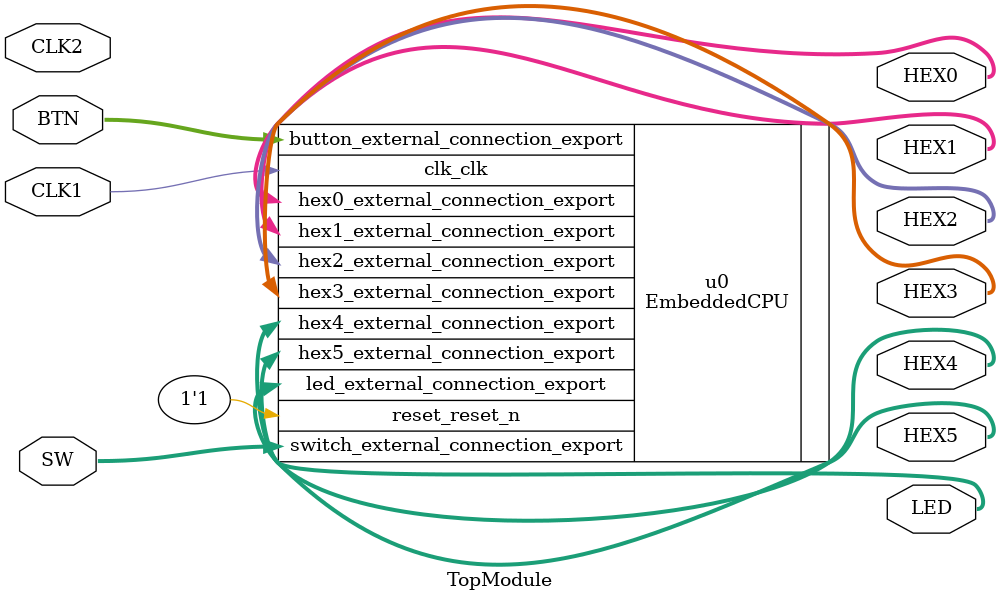
<source format=v>
module TopModule(
	///CLOCK/////
	input              CLK1,
	input              CLK2,
	//// SEG7/////
	output     [7:0]   HEX0,
	output     [7:0]   HEX1,
	output     [7:0]   HEX2,
	output     [7:0]   HEX3,
	output     [7:0]   HEX4,
	output     [7:0]   HEX5,
	//// PUSH BUTTON //////
	input      [1:0]   BTN,
	///// LED////////
	output     [9:0]   LED,
	/////// SW///////////
	input      [9:0]   SW
   
	);
	
EmbeddedCPU u0 (
    .button_external_connection_export (BTN),
    .clk_clk                           (CLK1),
    .hex0_external_connection_export   (HEX0),
    .hex1_external_connection_export   (HEX1),
    .hex2_external_connection_export   (HEX2),
    .hex3_external_connection_export   (HEX3),
    .hex4_external_connection_export   (HEX4),
    .hex5_external_connection_export   (HEX5),
    .led_external_connection_export    (LED),
    .reset_reset_n                     (1'b1),
    .switch_external_connection_export (SW)

);


endmodule
</source>
